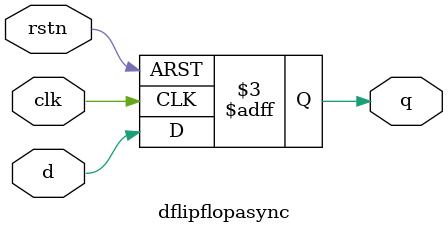
<source format=v>
`timescale 1ns / 1ps


module dflipflopasync(input d, rstn, clk, output reg q);
    always @ (posedge clk or negedge rstn)
        if(!rstn)
            q <= 0;
        else
            q <= d;
endmodule
</source>
